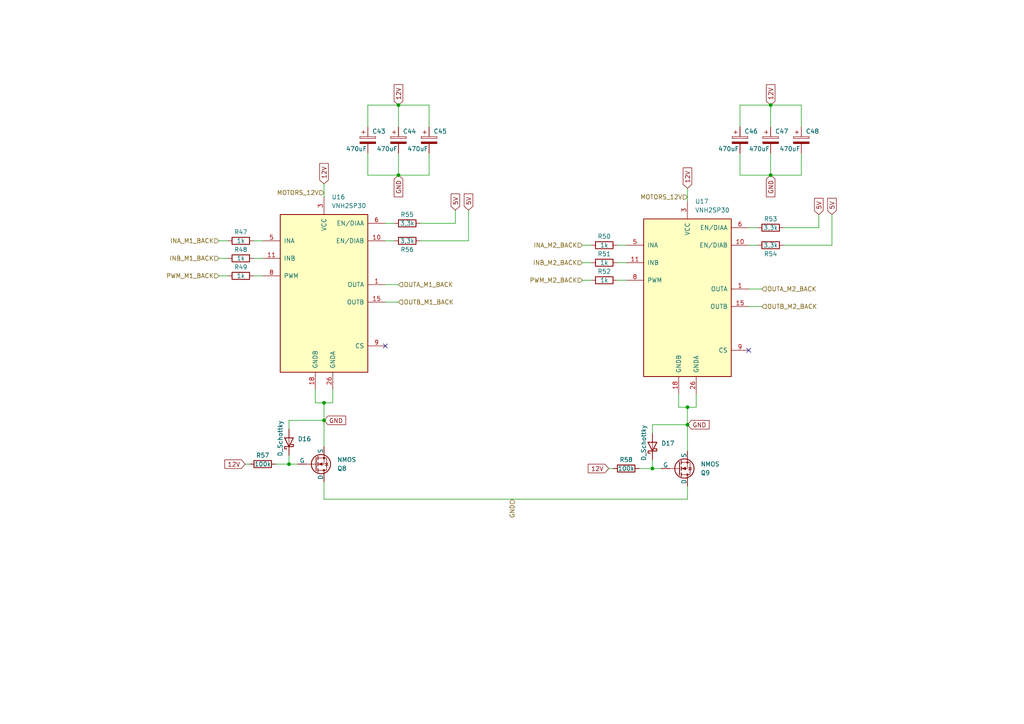
<source format=kicad_sch>
(kicad_sch (version 20230121) (generator eeschema)

  (uuid c1b449f5-492f-4d9f-8010-1fbfdfe44e2e)

  (paper "A4")

  (title_block
    (rev "1")
  )

  (lib_symbols
    (symbol "Device:C_Polarized" (pin_numbers hide) (pin_names (offset 0.254)) (in_bom yes) (on_board yes)
      (property "Reference" "C" (at 0.635 2.54 0)
        (effects (font (size 1.27 1.27)) (justify left))
      )
      (property "Value" "C_Polarized" (at 0.635 -2.54 0)
        (effects (font (size 1.27 1.27)) (justify left))
      )
      (property "Footprint" "" (at 0.9652 -3.81 0)
        (effects (font (size 1.27 1.27)) hide)
      )
      (property "Datasheet" "~" (at 0 0 0)
        (effects (font (size 1.27 1.27)) hide)
      )
      (property "ki_keywords" "cap capacitor" (at 0 0 0)
        (effects (font (size 1.27 1.27)) hide)
      )
      (property "ki_description" "Polarized capacitor" (at 0 0 0)
        (effects (font (size 1.27 1.27)) hide)
      )
      (property "ki_fp_filters" "CP_*" (at 0 0 0)
        (effects (font (size 1.27 1.27)) hide)
      )
      (symbol "C_Polarized_0_1"
        (rectangle (start -2.286 0.508) (end 2.286 1.016)
          (stroke (width 0) (type default))
          (fill (type none))
        )
        (polyline
          (pts
            (xy -1.778 2.286)
            (xy -0.762 2.286)
          )
          (stroke (width 0) (type default))
          (fill (type none))
        )
        (polyline
          (pts
            (xy -1.27 2.794)
            (xy -1.27 1.778)
          )
          (stroke (width 0) (type default))
          (fill (type none))
        )
        (rectangle (start 2.286 -0.508) (end -2.286 -1.016)
          (stroke (width 0) (type default))
          (fill (type outline))
        )
      )
      (symbol "C_Polarized_1_1"
        (pin passive line (at 0 3.81 270) (length 2.794)
          (name "~" (effects (font (size 1.27 1.27))))
          (number "1" (effects (font (size 1.27 1.27))))
        )
        (pin passive line (at 0 -3.81 90) (length 2.794)
          (name "~" (effects (font (size 1.27 1.27))))
          (number "2" (effects (font (size 1.27 1.27))))
        )
      )
    )
    (symbol "Device:D_Schottky" (pin_numbers hide) (pin_names (offset 1.016) hide) (in_bom yes) (on_board yes)
      (property "Reference" "D" (at 0 2.54 0)
        (effects (font (size 1.27 1.27)))
      )
      (property "Value" "D_Schottky" (at 0 -2.54 0)
        (effects (font (size 1.27 1.27)))
      )
      (property "Footprint" "" (at 0 0 0)
        (effects (font (size 1.27 1.27)) hide)
      )
      (property "Datasheet" "~" (at 0 0 0)
        (effects (font (size 1.27 1.27)) hide)
      )
      (property "ki_keywords" "diode Schottky" (at 0 0 0)
        (effects (font (size 1.27 1.27)) hide)
      )
      (property "ki_description" "Schottky diode" (at 0 0 0)
        (effects (font (size 1.27 1.27)) hide)
      )
      (property "ki_fp_filters" "TO-???* *_Diode_* *SingleDiode* D_*" (at 0 0 0)
        (effects (font (size 1.27 1.27)) hide)
      )
      (symbol "D_Schottky_0_1"
        (polyline
          (pts
            (xy 1.27 0)
            (xy -1.27 0)
          )
          (stroke (width 0) (type default))
          (fill (type none))
        )
        (polyline
          (pts
            (xy 1.27 1.27)
            (xy 1.27 -1.27)
            (xy -1.27 0)
            (xy 1.27 1.27)
          )
          (stroke (width 0.254) (type default))
          (fill (type none))
        )
        (polyline
          (pts
            (xy -1.905 0.635)
            (xy -1.905 1.27)
            (xy -1.27 1.27)
            (xy -1.27 -1.27)
            (xy -0.635 -1.27)
            (xy -0.635 -0.635)
          )
          (stroke (width 0.254) (type default))
          (fill (type none))
        )
      )
      (symbol "D_Schottky_1_1"
        (pin passive line (at -3.81 0 0) (length 2.54)
          (name "K" (effects (font (size 1.27 1.27))))
          (number "1" (effects (font (size 1.27 1.27))))
        )
        (pin passive line (at 3.81 0 180) (length 2.54)
          (name "A" (effects (font (size 1.27 1.27))))
          (number "2" (effects (font (size 1.27 1.27))))
        )
      )
    )
    (symbol "Device:R" (pin_numbers hide) (pin_names (offset 0)) (in_bom yes) (on_board yes)
      (property "Reference" "R" (at 2.032 0 90)
        (effects (font (size 1.27 1.27)))
      )
      (property "Value" "R" (at 0 0 90)
        (effects (font (size 1.27 1.27)))
      )
      (property "Footprint" "" (at -1.778 0 90)
        (effects (font (size 1.27 1.27)) hide)
      )
      (property "Datasheet" "~" (at 0 0 0)
        (effects (font (size 1.27 1.27)) hide)
      )
      (property "ki_keywords" "R res resistor" (at 0 0 0)
        (effects (font (size 1.27 1.27)) hide)
      )
      (property "ki_description" "Resistor" (at 0 0 0)
        (effects (font (size 1.27 1.27)) hide)
      )
      (property "ki_fp_filters" "R_*" (at 0 0 0)
        (effects (font (size 1.27 1.27)) hide)
      )
      (symbol "R_0_1"
        (rectangle (start -1.016 -2.54) (end 1.016 2.54)
          (stroke (width 0.254) (type default))
          (fill (type none))
        )
      )
      (symbol "R_1_1"
        (pin passive line (at 0 3.81 270) (length 1.27)
          (name "~" (effects (font (size 1.27 1.27))))
          (number "1" (effects (font (size 1.27 1.27))))
        )
        (pin passive line (at 0 -3.81 90) (length 1.27)
          (name "~" (effects (font (size 1.27 1.27))))
          (number "2" (effects (font (size 1.27 1.27))))
        )
      )
    )
    (symbol "Driver_Motor:VNH2SP30" (pin_names (offset 1.016)) (in_bom yes) (on_board yes)
      (property "Reference" "U" (at -12.7 25.4 0)
        (effects (font (size 1.27 1.27)))
      )
      (property "Value" "VNH2SP30" (at 13.97 25.4 0)
        (effects (font (size 1.27 1.27)))
      )
      (property "Footprint" "Package_SO:ST_MultiPowerSO-30" (at 0 23.495 0)
        (effects (font (size 1.27 1.27)) hide)
      )
      (property "Datasheet" "http://www.st.com/content/ccc/resource/technical/document/datasheet/group2/66/b8/f5/2c/9a/66/41/c7/CD00043711/files/CD00043711.pdf/jcr:content/translations/en.CD00043711.pdf" (at -12.7 25.4 0)
        (effects (font (size 1.27 1.27)) hide)
      )
      (property "ki_keywords" "full-bridge h-bridge" (at 0 0 0)
        (effects (font (size 1.27 1.27)) hide)
      )
      (property "ki_description" "Full Bridge Motor Driver, 41V, 30A, -40 to 150C" (at 0 0 0)
        (effects (font (size 1.27 1.27)) hide)
      )
      (property "ki_fp_filters" "ST*MultiPowerSO*" (at 0 0 0)
        (effects (font (size 1.27 1.27)) hide)
      )
      (symbol "VNH2SP30_1_1"
        (rectangle (start -12.7 22.86) (end 12.7 -22.86)
          (stroke (width 0.254) (type default))
          (fill (type background))
        )
        (pin output line (at 17.78 2.54 180) (length 5.08)
          (name "OUTA" (effects (font (size 1.27 1.27))))
          (number "1" (effects (font (size 1.27 1.27))))
        )
        (pin output line (at 17.78 15.24 180) (length 5.08)
          (name "EN/DIAB" (effects (font (size 1.27 1.27))))
          (number "10" (effects (font (size 1.27 1.27))))
        )
        (pin input line (at -17.78 10.16 0) (length 5.08)
          (name "INB" (effects (font (size 1.27 1.27))))
          (number "11" (effects (font (size 1.27 1.27))))
        )
        (pin no_connect line (at -12.7 -7.62 0) (length 5.08) hide
          (name "NC" (effects (font (size 1.27 1.27))))
          (number "12" (effects (font (size 1.27 1.27))))
        )
        (pin passive line (at 0 27.94 270) (length 5.08) hide
          (name "VCC" (effects (font (size 1.27 1.27))))
          (number "13" (effects (font (size 1.27 1.27))))
        )
        (pin no_connect line (at -12.7 -10.16 0) (length 5.08) hide
          (name "NC" (effects (font (size 1.27 1.27))))
          (number "14" (effects (font (size 1.27 1.27))))
        )
        (pin output line (at 17.78 -2.54 180) (length 5.08)
          (name "OUTB" (effects (font (size 1.27 1.27))))
          (number "15" (effects (font (size 1.27 1.27))))
        )
        (pin passive line (at 17.78 -2.54 180) (length 5.08) hide
          (name "OUTB" (effects (font (size 1.27 1.27))))
          (number "16" (effects (font (size 1.27 1.27))))
        )
        (pin no_connect line (at -12.7 -20.32 0) (length 5.08) hide
          (name "NC" (effects (font (size 1.27 1.27))))
          (number "17" (effects (font (size 1.27 1.27))))
        )
        (pin power_in line (at -2.54 -27.94 90) (length 5.08)
          (name "GNDB" (effects (font (size 1.27 1.27))))
          (number "18" (effects (font (size 1.27 1.27))))
        )
        (pin passive line (at -2.54 -27.94 90) (length 5.08) hide
          (name "GNDB" (effects (font (size 1.27 1.27))))
          (number "19" (effects (font (size 1.27 1.27))))
        )
        (pin no_connect line (at -12.7 0 0) (length 5.08) hide
          (name "NC" (effects (font (size 1.27 1.27))))
          (number "2" (effects (font (size 1.27 1.27))))
        )
        (pin passive line (at -2.54 -27.94 90) (length 5.08) hide
          (name "GNDB" (effects (font (size 1.27 1.27))))
          (number "20" (effects (font (size 1.27 1.27))))
        )
        (pin passive line (at 17.78 -2.54 180) (length 5.08) hide
          (name "OUTB" (effects (font (size 1.27 1.27))))
          (number "21" (effects (font (size 1.27 1.27))))
        )
        (pin no_connect line (at -12.7 -17.78 0) (length 5.08) hide
          (name "NC" (effects (font (size 1.27 1.27))))
          (number "22" (effects (font (size 1.27 1.27))))
        )
        (pin passive line (at 0 27.94 270) (length 5.08) hide
          (name "VCC" (effects (font (size 1.27 1.27))))
          (number "23" (effects (font (size 1.27 1.27))))
        )
        (pin no_connect line (at -12.7 -15.24 0) (length 5.08) hide
          (name "NC" (effects (font (size 1.27 1.27))))
          (number "24" (effects (font (size 1.27 1.27))))
        )
        (pin passive line (at 17.78 2.54 180) (length 5.08) hide
          (name "OUTA" (effects (font (size 1.27 1.27))))
          (number "25" (effects (font (size 1.27 1.27))))
        )
        (pin power_in line (at 2.54 -27.94 90) (length 5.08)
          (name "GNDA" (effects (font (size 1.27 1.27))))
          (number "26" (effects (font (size 1.27 1.27))))
        )
        (pin passive line (at 2.54 -27.94 90) (length 5.08) hide
          (name "GNDA" (effects (font (size 1.27 1.27))))
          (number "27" (effects (font (size 1.27 1.27))))
        )
        (pin passive line (at 2.54 -27.94 90) (length 5.08) hide
          (name "GNDA" (effects (font (size 1.27 1.27))))
          (number "28" (effects (font (size 1.27 1.27))))
        )
        (pin no_connect line (at -12.7 -12.7 0) (length 5.08) hide
          (name "NC" (effects (font (size 1.27 1.27))))
          (number "29" (effects (font (size 1.27 1.27))))
        )
        (pin power_in line (at 0 27.94 270) (length 5.08)
          (name "VCC" (effects (font (size 1.27 1.27))))
          (number "3" (effects (font (size 1.27 1.27))))
        )
        (pin passive line (at 17.78 2.54 180) (length 5.08) hide
          (name "OUTA" (effects (font (size 1.27 1.27))))
          (number "30" (effects (font (size 1.27 1.27))))
        )
        (pin passive line (at 0 27.94 270) (length 5.08) hide
          (name "VCC" (effects (font (size 1.27 1.27))))
          (number "31" (effects (font (size 1.27 1.27))))
        )
        (pin passive line (at 17.78 -2.54 180) (length 5.08) hide
          (name "OUTB" (effects (font (size 1.27 1.27))))
          (number "32" (effects (font (size 1.27 1.27))))
        )
        (pin passive line (at 17.78 2.54 180) (length 5.08) hide
          (name "OUTA" (effects (font (size 1.27 1.27))))
          (number "33" (effects (font (size 1.27 1.27))))
        )
        (pin no_connect line (at -12.7 -2.54 0) (length 5.08) hide
          (name "NC" (effects (font (size 1.27 1.27))))
          (number "4" (effects (font (size 1.27 1.27))))
        )
        (pin input line (at -17.78 15.24 0) (length 5.08)
          (name "INA" (effects (font (size 1.27 1.27))))
          (number "5" (effects (font (size 1.27 1.27))))
        )
        (pin output line (at 17.78 20.32 180) (length 5.08)
          (name "EN/DIAA" (effects (font (size 1.27 1.27))))
          (number "6" (effects (font (size 1.27 1.27))))
        )
        (pin no_connect line (at -12.7 -5.08 0) (length 5.08) hide
          (name "NC" (effects (font (size 1.27 1.27))))
          (number "7" (effects (font (size 1.27 1.27))))
        )
        (pin input line (at -17.78 5.08 0) (length 5.08)
          (name "PWM" (effects (font (size 1.27 1.27))))
          (number "8" (effects (font (size 1.27 1.27))))
        )
        (pin output line (at 17.78 -15.24 180) (length 5.08)
          (name "CS" (effects (font (size 1.27 1.27))))
          (number "9" (effects (font (size 1.27 1.27))))
        )
      )
    )
    (symbol "Simulation_SPICE:NMOS" (pin_numbers hide) (pin_names (offset 0)) (in_bom yes) (on_board yes)
      (property "Reference" "Q" (at 5.08 1.27 0)
        (effects (font (size 1.27 1.27)) (justify left))
      )
      (property "Value" "NMOS" (at 5.08 -1.27 0)
        (effects (font (size 1.27 1.27)) (justify left))
      )
      (property "Footprint" "" (at 5.08 2.54 0)
        (effects (font (size 1.27 1.27)) hide)
      )
      (property "Datasheet" "https://ngspice.sourceforge.io/docs/ngspice-manual.pdf" (at 0 -12.7 0)
        (effects (font (size 1.27 1.27)) hide)
      )
      (property "Sim.Device" "NMOS" (at 0 -17.145 0)
        (effects (font (size 1.27 1.27)) hide)
      )
      (property "Sim.Type" "VDMOS" (at 0 -19.05 0)
        (effects (font (size 1.27 1.27)) hide)
      )
      (property "Sim.Pins" "1=D 2=G 3=S" (at 0 -15.24 0)
        (effects (font (size 1.27 1.27)) hide)
      )
      (property "ki_keywords" "transistor NMOS N-MOS N-MOSFET simulation" (at 0 0 0)
        (effects (font (size 1.27 1.27)) hide)
      )
      (property "ki_description" "N-MOSFET transistor, drain/source/gate" (at 0 0 0)
        (effects (font (size 1.27 1.27)) hide)
      )
      (symbol "NMOS_0_1"
        (polyline
          (pts
            (xy 0.254 0)
            (xy -2.54 0)
          )
          (stroke (width 0) (type default))
          (fill (type none))
        )
        (polyline
          (pts
            (xy 0.254 1.905)
            (xy 0.254 -1.905)
          )
          (stroke (width 0.254) (type default))
          (fill (type none))
        )
        (polyline
          (pts
            (xy 0.762 -1.27)
            (xy 0.762 -2.286)
          )
          (stroke (width 0.254) (type default))
          (fill (type none))
        )
        (polyline
          (pts
            (xy 0.762 0.508)
            (xy 0.762 -0.508)
          )
          (stroke (width 0.254) (type default))
          (fill (type none))
        )
        (polyline
          (pts
            (xy 0.762 2.286)
            (xy 0.762 1.27)
          )
          (stroke (width 0.254) (type default))
          (fill (type none))
        )
        (polyline
          (pts
            (xy 2.54 2.54)
            (xy 2.54 1.778)
          )
          (stroke (width 0) (type default))
          (fill (type none))
        )
        (polyline
          (pts
            (xy 2.54 -2.54)
            (xy 2.54 0)
            (xy 0.762 0)
          )
          (stroke (width 0) (type default))
          (fill (type none))
        )
        (polyline
          (pts
            (xy 0.762 -1.778)
            (xy 3.302 -1.778)
            (xy 3.302 1.778)
            (xy 0.762 1.778)
          )
          (stroke (width 0) (type default))
          (fill (type none))
        )
        (polyline
          (pts
            (xy 1.016 0)
            (xy 2.032 0.381)
            (xy 2.032 -0.381)
            (xy 1.016 0)
          )
          (stroke (width 0) (type default))
          (fill (type outline))
        )
        (polyline
          (pts
            (xy 2.794 0.508)
            (xy 2.921 0.381)
            (xy 3.683 0.381)
            (xy 3.81 0.254)
          )
          (stroke (width 0) (type default))
          (fill (type none))
        )
        (polyline
          (pts
            (xy 3.302 0.381)
            (xy 2.921 -0.254)
            (xy 3.683 -0.254)
            (xy 3.302 0.381)
          )
          (stroke (width 0) (type default))
          (fill (type none))
        )
        (circle (center 1.651 0) (radius 2.794)
          (stroke (width 0.254) (type default))
          (fill (type none))
        )
        (circle (center 2.54 -1.778) (radius 0.254)
          (stroke (width 0) (type default))
          (fill (type outline))
        )
        (circle (center 2.54 1.778) (radius 0.254)
          (stroke (width 0) (type default))
          (fill (type outline))
        )
      )
      (symbol "NMOS_1_1"
        (pin passive line (at 2.54 5.08 270) (length 2.54)
          (name "D" (effects (font (size 1.27 1.27))))
          (number "1" (effects (font (size 1.27 1.27))))
        )
        (pin input line (at -5.08 0 0) (length 2.54)
          (name "G" (effects (font (size 1.27 1.27))))
          (number "2" (effects (font (size 1.27 1.27))))
        )
        (pin passive line (at 2.54 -5.08 90) (length 2.54)
          (name "S" (effects (font (size 1.27 1.27))))
          (number "3" (effects (font (size 1.27 1.27))))
        )
      )
    )
  )

  (junction (at 189.23 135.89) (diameter 0) (color 0 0 0 0)
    (uuid 250227af-f573-4f0c-a33b-a37d545d9cd6)
  )
  (junction (at 93.98 121.92) (diameter 0) (color 0 0 0 0)
    (uuid 485114e4-d0a7-4935-b814-bd3eac122fff)
  )
  (junction (at 93.98 116.84) (diameter 0) (color 0 0 0 0)
    (uuid 5550d0aa-9b8c-45c5-a54d-b13ddf1243de)
  )
  (junction (at 199.39 118.11) (diameter 0) (color 0 0 0 0)
    (uuid 6a1eab4a-0f04-4596-b035-b10646266919)
  )
  (junction (at 115.57 30.48) (diameter 0) (color 0 0 0 0)
    (uuid 775ce4e9-fce8-4389-9716-85284aca8f55)
  )
  (junction (at 223.52 50.8) (diameter 0) (color 0 0 0 0)
    (uuid 7847de43-e7c4-4e17-8939-ff7c0419f82d)
  )
  (junction (at 83.82 134.62) (diameter 0) (color 0 0 0 0)
    (uuid 7f074ea4-c607-47cf-b8ed-c2c137eb2e1e)
  )
  (junction (at 223.52 30.48) (diameter 0) (color 0 0 0 0)
    (uuid ab8d86f5-d826-4c3a-85f5-27b15b036c32)
  )
  (junction (at 115.57 50.8) (diameter 0) (color 0 0 0 0)
    (uuid c525d279-4b4e-4f36-8a81-74827340f763)
  )
  (junction (at 199.39 123.19) (diameter 0) (color 0 0 0 0)
    (uuid e3daea19-19c7-41d7-9240-0abab924379a)
  )

  (no_connect (at 217.17 101.6) (uuid 66febf7d-4aec-4d08-acf2-d282bd7929b6))
  (no_connect (at 111.76 100.33) (uuid e56b203d-eb7c-4745-8d7c-e2af37e78d50))

  (wire (pts (xy 106.68 50.8) (xy 115.57 50.8))
    (stroke (width 0) (type default))
    (uuid 0691fa1c-a91f-4bcc-bdc4-a32c815e570f)
  )
  (wire (pts (xy 111.76 69.85) (xy 114.3 69.85))
    (stroke (width 0) (type default))
    (uuid 085934f8-5308-45f9-b1fd-3f96fb4e24b8)
  )
  (wire (pts (xy 111.76 82.55) (xy 115.57 82.55))
    (stroke (width 0) (type default))
    (uuid 0a3fe6e3-7bc7-4f03-bbd2-f9a7565bfb56)
  )
  (wire (pts (xy 168.91 81.28) (xy 171.45 81.28))
    (stroke (width 0) (type default))
    (uuid 0abf61e6-5934-43d7-99dd-ba1b397993f3)
  )
  (wire (pts (xy 199.39 118.11) (xy 199.39 123.19))
    (stroke (width 0) (type default))
    (uuid 0da37b4b-17f2-4a8e-a78a-11379309d042)
  )
  (wire (pts (xy 63.5 80.01) (xy 66.04 80.01))
    (stroke (width 0) (type default))
    (uuid 0f5d2474-aca7-45df-aab2-f9fb23394e40)
  )
  (wire (pts (xy 214.63 36.83) (xy 214.63 30.48))
    (stroke (width 0) (type default))
    (uuid 10045096-7c7b-4ac8-8cc7-36ea13ca21cd)
  )
  (wire (pts (xy 199.39 144.78) (xy 199.39 140.97))
    (stroke (width 0) (type default))
    (uuid 10808e54-76df-4453-9cf4-ffca843f323a)
  )
  (wire (pts (xy 73.66 80.01) (xy 76.2 80.01))
    (stroke (width 0) (type default))
    (uuid 14333736-bc6e-450e-b0c8-cf66e1ccce5e)
  )
  (wire (pts (xy 106.68 44.45) (xy 106.68 50.8))
    (stroke (width 0) (type default))
    (uuid 1635d742-6ba5-4172-a971-fca9f6ba89d8)
  )
  (wire (pts (xy 106.68 30.48) (xy 115.57 30.48))
    (stroke (width 0) (type default))
    (uuid 16ef1e6c-bc79-49e1-bfa4-1421296f01b7)
  )
  (wire (pts (xy 83.82 132.08) (xy 83.82 134.62))
    (stroke (width 0) (type default))
    (uuid 1c0119f2-60a0-4da7-a1d3-366e945e9379)
  )
  (wire (pts (xy 93.98 53.34) (xy 93.98 57.15))
    (stroke (width 0) (type default))
    (uuid 1cb6dbf2-001d-4910-bf24-28336e0a1c43)
  )
  (wire (pts (xy 196.85 114.3) (xy 196.85 118.11))
    (stroke (width 0) (type default))
    (uuid 22e3203b-faeb-4f27-a247-9295dde81cb2)
  )
  (wire (pts (xy 199.39 130.81) (xy 199.39 123.19))
    (stroke (width 0) (type default))
    (uuid 23487e8c-4282-4e2e-8f97-bdcac8614da3)
  )
  (wire (pts (xy 71.12 134.62) (xy 72.39 134.62))
    (stroke (width 0) (type default))
    (uuid 2523be9b-9aa9-4bde-a072-26be91be5d24)
  )
  (wire (pts (xy 121.92 69.85) (xy 135.89 69.85))
    (stroke (width 0) (type default))
    (uuid 2a9eaa8c-9d29-48c0-b613-c745762a250e)
  )
  (wire (pts (xy 111.76 87.63) (xy 115.57 87.63))
    (stroke (width 0) (type default))
    (uuid 2d9a7d23-0a32-488f-a8b3-d8b1a24a2255)
  )
  (wire (pts (xy 241.3 62.23) (xy 241.3 71.12))
    (stroke (width 0) (type default))
    (uuid 2f0b187b-200c-498b-9756-52f17297c0e7)
  )
  (wire (pts (xy 106.68 36.83) (xy 106.68 30.48))
    (stroke (width 0) (type default))
    (uuid 32d9ba29-fc9b-4692-bc38-f3b0f52fe374)
  )
  (wire (pts (xy 201.93 118.11) (xy 201.93 114.3))
    (stroke (width 0) (type default))
    (uuid 3b304113-529a-43ba-974e-6be90d7f98c8)
  )
  (wire (pts (xy 199.39 118.11) (xy 201.93 118.11))
    (stroke (width 0) (type default))
    (uuid 3b79f593-3000-4500-925e-cafa1b1aba26)
  )
  (wire (pts (xy 214.63 44.45) (xy 214.63 50.8))
    (stroke (width 0) (type default))
    (uuid 46960b62-2e62-409f-835d-35d2668f54e7)
  )
  (wire (pts (xy 232.41 30.48) (xy 232.41 36.83))
    (stroke (width 0) (type default))
    (uuid 4790c702-81f1-4b20-ad01-0813be1f2be4)
  )
  (wire (pts (xy 223.52 30.48) (xy 232.41 30.48))
    (stroke (width 0) (type default))
    (uuid 4a6cb1b4-e4e8-4f1c-be76-d79a84ec008c)
  )
  (wire (pts (xy 124.46 50.8) (xy 124.46 44.45))
    (stroke (width 0) (type default))
    (uuid 4d757d13-6409-482d-b803-da88e6fb897e)
  )
  (wire (pts (xy 73.66 69.85) (xy 76.2 69.85))
    (stroke (width 0) (type default))
    (uuid 4ef882d4-c271-4588-8f16-45e65fd660fd)
  )
  (wire (pts (xy 217.17 83.82) (xy 220.98 83.82))
    (stroke (width 0) (type default))
    (uuid 5072dbb1-b84d-42ba-bd68-8edf0460ea19)
  )
  (wire (pts (xy 189.23 123.19) (xy 189.23 125.73))
    (stroke (width 0) (type default))
    (uuid 56c23153-1e73-4c09-9341-0c947148a4fe)
  )
  (wire (pts (xy 63.5 74.93) (xy 66.04 74.93))
    (stroke (width 0) (type default))
    (uuid 5b039582-7f93-42bd-8ba3-ebfb156320e3)
  )
  (wire (pts (xy 93.98 144.78) (xy 199.39 144.78))
    (stroke (width 0) (type default))
    (uuid 5d966824-66e0-4a00-87e7-5bee740929f2)
  )
  (wire (pts (xy 115.57 30.48) (xy 115.57 36.83))
    (stroke (width 0) (type default))
    (uuid 66f0dda8-21bd-405a-83ce-8909e97a2819)
  )
  (wire (pts (xy 96.52 116.84) (xy 96.52 113.03))
    (stroke (width 0) (type default))
    (uuid 699f01c1-0ec3-48bf-966a-78017de20dec)
  )
  (wire (pts (xy 115.57 30.48) (xy 124.46 30.48))
    (stroke (width 0) (type default))
    (uuid 6d94a905-3588-4460-a35f-a8ab8c91e5b6)
  )
  (wire (pts (xy 93.98 121.92) (xy 83.82 121.92))
    (stroke (width 0) (type default))
    (uuid 6dcad28b-0882-4023-9c39-77afb2a082c2)
  )
  (wire (pts (xy 223.52 30.48) (xy 223.52 36.83))
    (stroke (width 0) (type default))
    (uuid 6e3cae38-521e-449b-9c3c-9fec7e54f846)
  )
  (wire (pts (xy 189.23 133.35) (xy 189.23 135.89))
    (stroke (width 0) (type default))
    (uuid 6ee8b049-f716-4511-9116-b0e946f86955)
  )
  (wire (pts (xy 223.52 50.8) (xy 232.41 50.8))
    (stroke (width 0) (type default))
    (uuid 831d5d91-84d2-46ef-8dc4-e60655959be4)
  )
  (wire (pts (xy 115.57 44.45) (xy 115.57 50.8))
    (stroke (width 0) (type default))
    (uuid 847e43bf-e376-4872-9fe1-e0cf7764da8e)
  )
  (wire (pts (xy 91.44 113.03) (xy 91.44 116.84))
    (stroke (width 0) (type default))
    (uuid 88b68afc-77dc-485c-87d7-a98f006497c1)
  )
  (wire (pts (xy 217.17 66.04) (xy 219.71 66.04))
    (stroke (width 0) (type default))
    (uuid 89ce8501-e8dd-469a-89f9-7f0a246dae05)
  )
  (wire (pts (xy 93.98 139.7) (xy 93.98 144.78))
    (stroke (width 0) (type default))
    (uuid 906b2939-c19b-48dd-8752-6e26eee8ff2b)
  )
  (wire (pts (xy 73.66 74.93) (xy 76.2 74.93))
    (stroke (width 0) (type default))
    (uuid 94dde185-7252-420f-b47b-3f34b9676703)
  )
  (wire (pts (xy 214.63 30.48) (xy 223.52 30.48))
    (stroke (width 0) (type default))
    (uuid 9688c002-e817-441a-ae72-67a8c4835b4d)
  )
  (wire (pts (xy 168.91 76.2) (xy 171.45 76.2))
    (stroke (width 0) (type default))
    (uuid 9aeaf738-d4f8-4210-996a-f744632b222a)
  )
  (wire (pts (xy 93.98 129.54) (xy 93.98 121.92))
    (stroke (width 0) (type default))
    (uuid 9c7a83f0-ee73-4b6d-89ae-f01a42a0809a)
  )
  (wire (pts (xy 83.82 121.92) (xy 83.82 124.46))
    (stroke (width 0) (type default))
    (uuid a0031244-f9d8-4276-94b9-b9eb27f189c0)
  )
  (wire (pts (xy 91.44 116.84) (xy 93.98 116.84))
    (stroke (width 0) (type default))
    (uuid a012e986-1ccc-4e97-b830-28e32c7e0d75)
  )
  (wire (pts (xy 115.57 50.8) (xy 124.46 50.8))
    (stroke (width 0) (type default))
    (uuid a47b3416-9d4a-4687-95bd-746f01a45724)
  )
  (wire (pts (xy 111.76 64.77) (xy 114.3 64.77))
    (stroke (width 0) (type default))
    (uuid a4f93a51-b3f9-42b5-b30e-1f2ed0ae35ab)
  )
  (wire (pts (xy 132.08 60.96) (xy 132.08 64.77))
    (stroke (width 0) (type default))
    (uuid a682a64b-7a77-459d-b4c1-f005538ec376)
  )
  (wire (pts (xy 199.39 123.19) (xy 189.23 123.19))
    (stroke (width 0) (type default))
    (uuid a7021948-ba88-45a2-a10f-a13a384adb97)
  )
  (wire (pts (xy 93.98 116.84) (xy 96.52 116.84))
    (stroke (width 0) (type default))
    (uuid a7a740e1-c5da-48a1-b006-e5522ff25c4c)
  )
  (wire (pts (xy 93.98 116.84) (xy 93.98 121.92))
    (stroke (width 0) (type default))
    (uuid aeab52fd-fa67-46ae-a675-d987bb8d3008)
  )
  (wire (pts (xy 179.07 71.12) (xy 181.61 71.12))
    (stroke (width 0) (type default))
    (uuid b19515eb-5bbc-4371-8ac0-52f3d34797de)
  )
  (wire (pts (xy 217.17 88.9) (xy 220.98 88.9))
    (stroke (width 0) (type default))
    (uuid b1f7b83b-d6ab-4cae-b640-58842ee7af35)
  )
  (wire (pts (xy 196.85 118.11) (xy 199.39 118.11))
    (stroke (width 0) (type default))
    (uuid b241938a-97e7-45f8-9198-87826e3b9351)
  )
  (wire (pts (xy 199.39 54.61) (xy 199.39 58.42))
    (stroke (width 0) (type default))
    (uuid b438fbe8-c536-45b0-8d1f-8a8adc7046d2)
  )
  (wire (pts (xy 227.33 71.12) (xy 241.3 71.12))
    (stroke (width 0) (type default))
    (uuid b64638a9-fe63-4d20-a798-34394d28ba1e)
  )
  (wire (pts (xy 223.52 44.45) (xy 223.52 50.8))
    (stroke (width 0) (type default))
    (uuid b72469f1-b9c4-48a8-a167-79cb49ae99dc)
  )
  (wire (pts (xy 124.46 30.48) (xy 124.46 36.83))
    (stroke (width 0) (type default))
    (uuid b77e7bab-9c9c-4bfb-addd-649d66fbd22d)
  )
  (wire (pts (xy 176.53 135.89) (xy 177.8 135.89))
    (stroke (width 0) (type default))
    (uuid b87fae07-25bd-4b2c-8318-caa475d4ab82)
  )
  (wire (pts (xy 227.33 66.04) (xy 237.49 66.04))
    (stroke (width 0) (type default))
    (uuid c21b76e1-4cd0-4f5b-9788-b64b4aedc2f4)
  )
  (wire (pts (xy 179.07 76.2) (xy 181.61 76.2))
    (stroke (width 0) (type default))
    (uuid c3e36b5a-5f6f-4d5d-b207-0ac1441d713b)
  )
  (wire (pts (xy 135.89 60.96) (xy 135.89 69.85))
    (stroke (width 0) (type default))
    (uuid c843a224-7461-4c5b-8555-7e17af92baf9)
  )
  (wire (pts (xy 179.07 81.28) (xy 181.61 81.28))
    (stroke (width 0) (type default))
    (uuid cd4973cd-fb87-4bc3-a1b7-ad9a21aa9a46)
  )
  (wire (pts (xy 214.63 50.8) (xy 223.52 50.8))
    (stroke (width 0) (type default))
    (uuid d0865c21-03df-4dce-ad35-7bb380c80b82)
  )
  (wire (pts (xy 83.82 134.62) (xy 86.36 134.62))
    (stroke (width 0) (type default))
    (uuid d1d03a48-7e72-40f6-8791-bb10b6bcca19)
  )
  (wire (pts (xy 80.01 134.62) (xy 83.82 134.62))
    (stroke (width 0) (type default))
    (uuid d2f31d75-205e-41d5-954f-5676f5e22a36)
  )
  (wire (pts (xy 121.92 64.77) (xy 132.08 64.77))
    (stroke (width 0) (type default))
    (uuid e36bd3ac-a782-4175-9f92-c5faa74edfa5)
  )
  (wire (pts (xy 237.49 62.23) (xy 237.49 66.04))
    (stroke (width 0) (type default))
    (uuid e5cc16ab-15ef-4c97-a32c-2d3f0078f871)
  )
  (wire (pts (xy 232.41 50.8) (xy 232.41 44.45))
    (stroke (width 0) (type default))
    (uuid e997d5c5-1356-4c50-8a48-c694e2e7f20e)
  )
  (wire (pts (xy 63.5 69.85) (xy 66.04 69.85))
    (stroke (width 0) (type default))
    (uuid ee154f94-6808-4971-9105-6e096b34edac)
  )
  (wire (pts (xy 185.42 135.89) (xy 189.23 135.89))
    (stroke (width 0) (type default))
    (uuid efe55718-398d-405f-87d2-8ab0a99533be)
  )
  (wire (pts (xy 189.23 135.89) (xy 191.77 135.89))
    (stroke (width 0) (type default))
    (uuid f1637337-5089-4a6e-b6df-8cf3ae1bd6de)
  )
  (wire (pts (xy 217.17 71.12) (xy 219.71 71.12))
    (stroke (width 0) (type default))
    (uuid f81041a5-ed7b-4b70-babf-9620afd37809)
  )
  (wire (pts (xy 168.91 71.12) (xy 171.45 71.12))
    (stroke (width 0) (type default))
    (uuid fdd55713-1616-4f7d-8b7e-84b6f2930560)
  )

  (global_label "GND" (shape input) (at 93.98 121.92 0) (fields_autoplaced)
    (effects (font (size 1.27 1.27)) (justify left))
    (uuid 0233190b-2ab9-493d-a937-d863b69ef5b9)
    (property "Intersheetrefs" "${INTERSHEET_REFS}" (at 100.8357 121.92 0)
      (effects (font (size 1.27 1.27)) (justify left) hide)
    )
  )
  (global_label "5V" (shape input) (at 135.89 60.96 90) (fields_autoplaced)
    (effects (font (size 1.27 1.27)) (justify left))
    (uuid 105cda61-3232-4f6b-b7ed-d84b7398ec13)
    (property "Intersheetrefs" "${INTERSHEET_REFS}" (at 135.89 55.6767 90)
      (effects (font (size 1.27 1.27)) (justify left) hide)
    )
  )
  (global_label "5V" (shape input) (at 237.49 62.23 90) (fields_autoplaced)
    (effects (font (size 1.27 1.27)) (justify left))
    (uuid 288fc22d-5905-45f3-bbda-e54fce0bb05a)
    (property "Intersheetrefs" "${INTERSHEET_REFS}" (at 237.49 56.9467 90)
      (effects (font (size 1.27 1.27)) (justify left) hide)
    )
  )
  (global_label "12V" (shape input) (at 115.57 30.48 90) (fields_autoplaced)
    (effects (font (size 1.27 1.27)) (justify left))
    (uuid 51356bb8-62dd-48d7-a063-60203de2cbc0)
    (property "Intersheetrefs" "${INTERSHEET_REFS}" (at 115.57 23.9872 90)
      (effects (font (size 1.27 1.27)) (justify left) hide)
    )
  )
  (global_label "12V" (shape input) (at 71.12 134.62 180) (fields_autoplaced)
    (effects (font (size 1.27 1.27)) (justify right))
    (uuid 536519b8-b820-4691-b15a-19835a58ab85)
    (property "Intersheetrefs" "${INTERSHEET_REFS}" (at 64.6272 134.62 0)
      (effects (font (size 1.27 1.27)) (justify right) hide)
    )
  )
  (global_label "GND" (shape input) (at 115.57 50.8 270) (fields_autoplaced)
    (effects (font (size 1.27 1.27)) (justify right))
    (uuid 759220c8-e287-4d37-a761-00ed936630ad)
    (property "Intersheetrefs" "${INTERSHEET_REFS}" (at 115.57 57.6557 90)
      (effects (font (size 1.27 1.27)) (justify right) hide)
    )
  )
  (global_label "GND" (shape input) (at 223.52 50.8 270) (fields_autoplaced)
    (effects (font (size 1.27 1.27)) (justify right))
    (uuid 7a3463af-ffe3-4257-9fb4-22ac91a911aa)
    (property "Intersheetrefs" "${INTERSHEET_REFS}" (at 223.52 57.6557 90)
      (effects (font (size 1.27 1.27)) (justify right) hide)
    )
  )
  (global_label "12V" (shape input) (at 176.53 135.89 180) (fields_autoplaced)
    (effects (font (size 1.27 1.27)) (justify right))
    (uuid 7b0cf35f-7427-47a9-a7f0-06f6d012dff5)
    (property "Intersheetrefs" "${INTERSHEET_REFS}" (at 170.0372 135.89 0)
      (effects (font (size 1.27 1.27)) (justify right) hide)
    )
  )
  (global_label "GND" (shape input) (at 199.39 123.19 0) (fields_autoplaced)
    (effects (font (size 1.27 1.27)) (justify left))
    (uuid 83cf9ff4-2d2b-4fde-bd78-bf0ba502bdb1)
    (property "Intersheetrefs" "${INTERSHEET_REFS}" (at 206.2457 123.19 0)
      (effects (font (size 1.27 1.27)) (justify left) hide)
    )
  )
  (global_label "12V" (shape input) (at 223.52 30.48 90) (fields_autoplaced)
    (effects (font (size 1.27 1.27)) (justify left))
    (uuid a660ccf1-d93b-404b-9765-3302205112b3)
    (property "Intersheetrefs" "${INTERSHEET_REFS}" (at 223.52 23.9872 90)
      (effects (font (size 1.27 1.27)) (justify left) hide)
    )
  )
  (global_label "5V" (shape input) (at 132.08 60.96 90) (fields_autoplaced)
    (effects (font (size 1.27 1.27)) (justify left))
    (uuid a9f6766d-ced2-4aa0-a649-bf210fd3e9ba)
    (property "Intersheetrefs" "${INTERSHEET_REFS}" (at 132.08 55.6767 90)
      (effects (font (size 1.27 1.27)) (justify left) hide)
    )
  )
  (global_label "5V" (shape input) (at 241.3 62.23 90) (fields_autoplaced)
    (effects (font (size 1.27 1.27)) (justify left))
    (uuid b08e460b-2638-43e3-b5a4-efa233b5be29)
    (property "Intersheetrefs" "${INTERSHEET_REFS}" (at 241.3 56.9467 90)
      (effects (font (size 1.27 1.27)) (justify left) hide)
    )
  )
  (global_label "12V" (shape input) (at 93.98 53.34 90) (fields_autoplaced)
    (effects (font (size 1.27 1.27)) (justify left))
    (uuid b80ba673-0b76-4624-9316-a1beb4ecc3cb)
    (property "Intersheetrefs" "${INTERSHEET_REFS}" (at 93.98 46.8472 90)
      (effects (font (size 1.27 1.27)) (justify left) hide)
    )
  )
  (global_label "12V" (shape input) (at 199.39 54.61 90) (fields_autoplaced)
    (effects (font (size 1.27 1.27)) (justify left))
    (uuid cf986451-ee0a-43ec-9064-637b2ed658da)
    (property "Intersheetrefs" "${INTERSHEET_REFS}" (at 199.39 48.1172 90)
      (effects (font (size 1.27 1.27)) (justify left) hide)
    )
  )

  (hierarchical_label "OUTA_M2_BACK" (shape input) (at 220.98 83.82 0) (fields_autoplaced)
    (effects (font (size 1.27 1.27)) (justify left))
    (uuid 043e01f4-ff72-4b51-a5b2-fcc2407124d8)
  )
  (hierarchical_label "OUTB_M2_BACK" (shape input) (at 220.98 88.9 0) (fields_autoplaced)
    (effects (font (size 1.27 1.27)) (justify left))
    (uuid 0ea7658a-f06d-4137-824b-5f3d1102a729)
  )
  (hierarchical_label "INB_M1_BACK" (shape input) (at 63.5 74.93 180) (fields_autoplaced)
    (effects (font (size 1.27 1.27)) (justify right))
    (uuid 11a621f5-71ad-4e49-8bb1-83dcaae1f01a)
  )
  (hierarchical_label "PWM_M1_BACK" (shape input) (at 63.5 80.01 180) (fields_autoplaced)
    (effects (font (size 1.27 1.27)) (justify right))
    (uuid 4decf6a6-30bc-4960-a792-ee14595507ce)
  )
  (hierarchical_label "PWM_M2_BACK" (shape input) (at 168.91 81.28 180) (fields_autoplaced)
    (effects (font (size 1.27 1.27)) (justify right))
    (uuid 504ad1a0-5a09-4554-9b07-c3653b77270f)
  )
  (hierarchical_label "OUTA_M1_BACK" (shape input) (at 115.57 82.55 0) (fields_autoplaced)
    (effects (font (size 1.27 1.27)) (justify left))
    (uuid 566dd904-d6d1-48d7-b3d6-b18d7f6328cf)
  )
  (hierarchical_label "OUTB_M1_BACK" (shape input) (at 115.57 87.63 0) (fields_autoplaced)
    (effects (font (size 1.27 1.27)) (justify left))
    (uuid 5b2c0712-0cb8-4f9b-9571-05cbc030b68f)
  )
  (hierarchical_label "MOTORS_12V" (shape input) (at 199.39 57.15 180) (fields_autoplaced)
    (effects (font (size 1.27 1.27)) (justify right))
    (uuid 98009cca-3201-4373-b909-8cce14b12444)
  )
  (hierarchical_label "INA_M2_BACK" (shape input) (at 168.91 71.12 180) (fields_autoplaced)
    (effects (font (size 1.27 1.27)) (justify right))
    (uuid a0bbc572-fc1f-4563-b06d-b24c06713866)
  )
  (hierarchical_label "GND" (shape input) (at 148.59 144.78 270) (fields_autoplaced)
    (effects (font (size 1.27 1.27)) (justify right))
    (uuid a613ad4b-e809-442a-88c6-5540d667ba77)
  )
  (hierarchical_label "MOTORS_12V" (shape input) (at 93.98 55.88 180) (fields_autoplaced)
    (effects (font (size 1.27 1.27)) (justify right))
    (uuid ae7ac006-e842-499b-a47c-da34f31bdc3b)
  )
  (hierarchical_label "INA_M1_BACK" (shape input) (at 63.5 69.85 180) (fields_autoplaced)
    (effects (font (size 1.27 1.27)) (justify right))
    (uuid d0d195ed-b555-415a-917b-2fbb12b2d7d9)
  )
  (hierarchical_label "INB_M2_BACK" (shape input) (at 168.91 76.2 180) (fields_autoplaced)
    (effects (font (size 1.27 1.27)) (justify right))
    (uuid df684092-0b50-4496-82f1-de09cebf8788)
  )

  (symbol (lib_id "Simulation_SPICE:NMOS") (at 196.85 135.89 0) (mirror x) (unit 1)
    (in_bom yes) (on_board yes) (dnp no)
    (uuid 01a690f5-baaf-483b-bcd4-c49553ea32cc)
    (property "Reference" "Q9" (at 203.2 137.16 0)
      (effects (font (size 1.27 1.27)) (justify left))
    )
    (property "Value" "NMOS" (at 203.2 134.62 0)
      (effects (font (size 1.27 1.27)) (justify left))
    )
    (property "Footprint" "Package_TO_SOT_SMD:TO-252-2" (at 201.93 138.43 0)
      (effects (font (size 1.27 1.27)) hide)
    )
    (property "Datasheet" "https://ngspice.sourceforge.io/docs/ngspice-manual.pdf" (at 196.85 123.19 0)
      (effects (font (size 1.27 1.27)) hide)
    )
    (property "Sim.Device" "NMOS" (at 196.85 118.745 0)
      (effects (font (size 1.27 1.27)) hide)
    )
    (property "Sim.Type" "VDMOS" (at 196.85 116.84 0)
      (effects (font (size 1.27 1.27)) hide)
    )
    (property "Sim.Pins" "1=D 2=G 3=S" (at 196.85 120.65 0)
      (effects (font (size 1.27 1.27)) hide)
    )
    (pin "1" (uuid 7d1b7f11-5a3a-48be-81f0-7e9963636da9))
    (pin "2" (uuid 071d7c5c-e06a-4af1-a4bf-61f633135d8e))
    (pin "3" (uuid d503ed94-0efd-41f8-a549-1b876b809385))
    (instances
      (project "fred_v3"
        (path "/210292b2-d6ba-424c-bd40-e4a2be18eb8d/b54a5b77-6097-4562-9836-27b2c01ae506/1f51abab-264b-467c-bacd-a2396a60d8b6"
          (reference "Q9") (unit 1)
        )
        (path "/210292b2-d6ba-424c-bd40-e4a2be18eb8d/b54a5b77-6097-4562-9836-27b2c01ae506/e2cd467c-70f1-48ce-b8c1-db1b74e6bb23"
          (reference "Q11") (unit 1)
        )
      )
    )
  )

  (symbol (lib_id "Device:R") (at 69.85 69.85 270) (unit 1)
    (in_bom yes) (on_board yes) (dnp no)
    (uuid 116a9c06-6d09-4059-99fa-d3779593285c)
    (property "Reference" "R47" (at 69.85 67.31 90)
      (effects (font (size 1.27 1.27)))
    )
    (property "Value" "1k" (at 69.85 69.85 90)
      (effects (font (size 1.27 1.27)))
    )
    (property "Footprint" "Resistor_SMD:R_0603_1608Metric_Pad0.98x0.95mm_HandSolder" (at 69.85 68.072 90)
      (effects (font (size 1.27 1.27)) hide)
    )
    (property "Datasheet" "~" (at 69.85 69.85 0)
      (effects (font (size 1.27 1.27)) hide)
    )
    (pin "1" (uuid e2d6db5e-65d7-46fc-a9d1-e9426b26ccf6))
    (pin "2" (uuid e1559e17-3f12-4a53-8837-954e4397a177))
    (instances
      (project "fred_v3"
        (path "/210292b2-d6ba-424c-bd40-e4a2be18eb8d/b54a5b77-6097-4562-9836-27b2c01ae506/1f51abab-264b-467c-bacd-a2396a60d8b6"
          (reference "R47") (unit 1)
        )
        (path "/210292b2-d6ba-424c-bd40-e4a2be18eb8d/b54a5b77-6097-4562-9836-27b2c01ae506/e2cd467c-70f1-48ce-b8c1-db1b74e6bb23"
          (reference "R59") (unit 1)
        )
      )
    )
  )

  (symbol (lib_id "Driver_Motor:VNH2SP30") (at 199.39 86.36 0) (unit 1)
    (in_bom yes) (on_board yes) (dnp no) (fields_autoplaced)
    (uuid 1892430e-c594-4141-af6b-1b523ec60c97)
    (property "Reference" "U17" (at 201.5841 58.42 0)
      (effects (font (size 1.27 1.27)) (justify left))
    )
    (property "Value" "VNH2SP30" (at 201.5841 60.96 0)
      (effects (font (size 1.27 1.27)) (justify left))
    )
    (property "Footprint" "Package_SO:ST_MultiPowerSO-30" (at 199.39 62.865 0)
      (effects (font (size 1.27 1.27)) hide)
    )
    (property "Datasheet" "http://www.st.com/content/ccc/resource/technical/document/datasheet/group2/66/b8/f5/2c/9a/66/41/c7/CD00043711/files/CD00043711.pdf/jcr:content/translations/en.CD00043711.pdf" (at 186.69 60.96 0)
      (effects (font (size 1.27 1.27)) hide)
    )
    (pin "1" (uuid 21800e56-ec03-46ad-8209-2f762bdef6f8))
    (pin "10" (uuid 26f93068-1b19-4b18-88a9-2f798e8d3195))
    (pin "11" (uuid 41760bd2-8b47-44c8-9e44-b068e571c95b))
    (pin "12" (uuid d1c1d029-684c-4352-a29a-ad5e15e408f1))
    (pin "13" (uuid 9729955b-bdb4-4cec-8756-77eb43f34b5a))
    (pin "14" (uuid 250e4456-881a-4bc5-b8be-3a702d4c187b))
    (pin "15" (uuid a99a56d8-0385-4938-b948-f86d546c9c58))
    (pin "16" (uuid b189218a-e1c3-4041-992f-2dbd5dfa48d9))
    (pin "17" (uuid 83a4a18b-8b9f-4bc5-a3d7-b4d83a9803aa))
    (pin "18" (uuid 28c6973b-b3bc-43df-a498-152d27b9bfb4))
    (pin "19" (uuid f3d9a31a-b9ce-46fb-82c0-4ef5adff0cfe))
    (pin "2" (uuid 2be1d65f-601f-40d0-ade0-8783bca877e2))
    (pin "20" (uuid 713722e2-a0a8-4ba9-a307-e27ad03ed259))
    (pin "21" (uuid 21f849e1-b238-41b3-a32b-4b6c23bc8f82))
    (pin "22" (uuid 3533f0c5-f299-4d5d-af61-3d3190373ff5))
    (pin "23" (uuid 24a09db3-17e6-4e17-85fe-678a17906d15))
    (pin "24" (uuid 4937fc5f-2e94-44b2-8d47-03669dfcf4c3))
    (pin "25" (uuid cf532cbd-5ce7-4b57-b99e-a3fac51fc4a9))
    (pin "26" (uuid 07cbadfa-62d4-4136-9677-362a0e500939))
    (pin "27" (uuid cadc39b4-ec37-43ae-8747-80eda8431bbf))
    (pin "28" (uuid 43ad0952-4778-46b0-a48d-7cb9e9cc1615))
    (pin "29" (uuid b057ccf2-d347-4f2e-a4d8-bc7b6eb2b0df))
    (pin "3" (uuid 86263047-d62b-41c8-a469-2c5a351af2db))
    (pin "30" (uuid 29f21d7b-2e76-422c-b228-93070062cfaf))
    (pin "31" (uuid 1732a608-494a-4dd1-8460-7f04f7f46741))
    (pin "32" (uuid d906e893-e198-4b87-b3a1-5a4113725cab))
    (pin "33" (uuid 8c7066df-bc0d-43f3-877e-e28630ea3cf5))
    (pin "4" (uuid 3d17f4a4-5935-4116-b9b6-b708ba8ea7bb))
    (pin "5" (uuid 994e881d-7cd1-487c-9f95-9981671f1d63))
    (pin "6" (uuid d6fa6a4f-d275-4bf9-a136-6fa45ec5f2d7))
    (pin "7" (uuid 8a01367b-29d6-4152-879a-213379d36640))
    (pin "8" (uuid a88351d4-c59e-4b4f-868e-d3da85fe2118))
    (pin "9" (uuid c1a4a5f4-4678-41fd-b469-7abd8d067953))
    (instances
      (project "fred_v3"
        (path "/210292b2-d6ba-424c-bd40-e4a2be18eb8d/b54a5b77-6097-4562-9836-27b2c01ae506"
          (reference "U17") (unit 1)
        )
        (path "/210292b2-d6ba-424c-bd40-e4a2be18eb8d/b54a5b77-6097-4562-9836-27b2c01ae506/1f51abab-264b-467c-bacd-a2396a60d8b6"
          (reference "U17") (unit 1)
        )
        (path "/210292b2-d6ba-424c-bd40-e4a2be18eb8d/b54a5b77-6097-4562-9836-27b2c01ae506/e2cd467c-70f1-48ce-b8c1-db1b74e6bb23"
          (reference "U19") (unit 1)
        )
      )
    )
  )

  (symbol (lib_id "Device:R") (at 175.26 81.28 270) (unit 1)
    (in_bom yes) (on_board yes) (dnp no)
    (uuid 204238be-b55d-47d0-8bfc-def63abcb0ff)
    (property "Reference" "R52" (at 175.26 78.74 90)
      (effects (font (size 1.27 1.27)))
    )
    (property "Value" "1k" (at 175.26 81.28 90)
      (effects (font (size 1.27 1.27)))
    )
    (property "Footprint" "Resistor_SMD:R_0603_1608Metric_Pad0.98x0.95mm_HandSolder" (at 175.26 79.502 90)
      (effects (font (size 1.27 1.27)) hide)
    )
    (property "Datasheet" "~" (at 175.26 81.28 0)
      (effects (font (size 1.27 1.27)) hide)
    )
    (pin "1" (uuid 26125791-c461-4b4b-b313-0bdb34ba0169))
    (pin "2" (uuid 1467bb9b-f67d-4a53-87ce-48a48fccd55e))
    (instances
      (project "fred_v3"
        (path "/210292b2-d6ba-424c-bd40-e4a2be18eb8d/b54a5b77-6097-4562-9836-27b2c01ae506/1f51abab-264b-467c-bacd-a2396a60d8b6"
          (reference "R52") (unit 1)
        )
        (path "/210292b2-d6ba-424c-bd40-e4a2be18eb8d/b54a5b77-6097-4562-9836-27b2c01ae506/e2cd467c-70f1-48ce-b8c1-db1b74e6bb23"
          (reference "R67") (unit 1)
        )
      )
    )
  )

  (symbol (lib_id "Device:C_Polarized") (at 106.68 40.64 0) (unit 1)
    (in_bom yes) (on_board yes) (dnp no)
    (uuid 22ecab47-33f6-4204-b3c1-28e5f5d4af7d)
    (property "Reference" "C43" (at 107.95 38.1 0)
      (effects (font (size 1.27 1.27)) (justify left))
    )
    (property "Value" "470uF" (at 100.33 43.18 0)
      (effects (font (size 1.27 1.27)) (justify left))
    )
    (property "Footprint" "Capacitor_SMD:C_0603_1608Metric_Pad1.08x0.95mm_HandSolder" (at 107.6452 44.45 0)
      (effects (font (size 1.27 1.27)) hide)
    )
    (property "Datasheet" "~" (at 106.68 40.64 0)
      (effects (font (size 1.27 1.27)) hide)
    )
    (pin "1" (uuid 5f52f871-157d-4747-a36b-329c4c5c5d4a))
    (pin "2" (uuid deb661b2-90a5-41a4-a1da-d9de3dc504dd))
    (instances
      (project "fred_v3"
        (path "/210292b2-d6ba-424c-bd40-e4a2be18eb8d/b54a5b77-6097-4562-9836-27b2c01ae506/1f51abab-264b-467c-bacd-a2396a60d8b6"
          (reference "C43") (unit 1)
        )
        (path "/210292b2-d6ba-424c-bd40-e4a2be18eb8d/b54a5b77-6097-4562-9836-27b2c01ae506/e2cd467c-70f1-48ce-b8c1-db1b74e6bb23"
          (reference "C49") (unit 1)
        )
      )
    )
  )

  (symbol (lib_id "Device:R") (at 223.52 71.12 90) (unit 1)
    (in_bom yes) (on_board yes) (dnp no)
    (uuid 3a2626b2-e783-465f-ada8-ff6c19be1bd4)
    (property "Reference" "R54" (at 223.52 73.66 90)
      (effects (font (size 1.27 1.27)))
    )
    (property "Value" "3,3k" (at 223.52 71.12 90)
      (effects (font (size 1.27 1.27)))
    )
    (property "Footprint" "Resistor_SMD:R_0603_1608Metric_Pad0.98x0.95mm_HandSolder" (at 223.52 72.898 90)
      (effects (font (size 1.27 1.27)) hide)
    )
    (property "Datasheet" "~" (at 223.52 71.12 0)
      (effects (font (size 1.27 1.27)) hide)
    )
    (pin "1" (uuid 5eee78a8-8098-4cf9-93be-2547a194928c))
    (pin "2" (uuid 8469a612-8912-4bb1-87a8-e4708daedd70))
    (instances
      (project "fred_v3"
        (path "/210292b2-d6ba-424c-bd40-e4a2be18eb8d/b54a5b77-6097-4562-9836-27b2c01ae506/1f51abab-264b-467c-bacd-a2396a60d8b6"
          (reference "R54") (unit 1)
        )
        (path "/210292b2-d6ba-424c-bd40-e4a2be18eb8d/b54a5b77-6097-4562-9836-27b2c01ae506/e2cd467c-70f1-48ce-b8c1-db1b74e6bb23"
          (reference "R70") (unit 1)
        )
      )
    )
  )

  (symbol (lib_id "Simulation_SPICE:NMOS") (at 91.44 134.62 0) (mirror x) (unit 1)
    (in_bom yes) (on_board yes) (dnp no)
    (uuid 46ec763d-1e60-48f6-b0e2-5b53cc047ddd)
    (property "Reference" "Q8" (at 97.79 135.89 0)
      (effects (font (size 1.27 1.27)) (justify left))
    )
    (property "Value" "NMOS" (at 97.79 133.35 0)
      (effects (font (size 1.27 1.27)) (justify left))
    )
    (property "Footprint" "Package_TO_SOT_SMD:TO-252-2" (at 96.52 137.16 0)
      (effects (font (size 1.27 1.27)) hide)
    )
    (property "Datasheet" "https://ngspice.sourceforge.io/docs/ngspice-manual.pdf" (at 91.44 121.92 0)
      (effects (font (size 1.27 1.27)) hide)
    )
    (property "Sim.Device" "NMOS" (at 91.44 117.475 0)
      (effects (font (size 1.27 1.27)) hide)
    )
    (property "Sim.Type" "VDMOS" (at 91.44 115.57 0)
      (effects (font (size 1.27 1.27)) hide)
    )
    (property "Sim.Pins" "1=D 2=G 3=S" (at 91.44 119.38 0)
      (effects (font (size 1.27 1.27)) hide)
    )
    (pin "1" (uuid aaf76c99-de94-43cb-9627-13b5b9ae7a9f))
    (pin "2" (uuid 95cb6418-bfaf-470a-a2ca-41746edeea38))
    (pin "3" (uuid c641c75d-bcdd-4288-bab2-13a49ebbd868))
    (instances
      (project "fred_v3"
        (path "/210292b2-d6ba-424c-bd40-e4a2be18eb8d/b54a5b77-6097-4562-9836-27b2c01ae506/1f51abab-264b-467c-bacd-a2396a60d8b6"
          (reference "Q8") (unit 1)
        )
        (path "/210292b2-d6ba-424c-bd40-e4a2be18eb8d/b54a5b77-6097-4562-9836-27b2c01ae506/e2cd467c-70f1-48ce-b8c1-db1b74e6bb23"
          (reference "Q10") (unit 1)
        )
      )
    )
  )

  (symbol (lib_id "Device:R") (at 181.61 135.89 90) (unit 1)
    (in_bom yes) (on_board yes) (dnp no)
    (uuid 56bbb8bf-c1f6-444c-9393-3e1a589eadf3)
    (property "Reference" "R58" (at 181.61 133.35 90)
      (effects (font (size 1.27 1.27)))
    )
    (property "Value" "100k" (at 181.61 135.89 90)
      (effects (font (size 1.27 1.27)))
    )
    (property "Footprint" "Resistor_SMD:R_0603_1608Metric_Pad0.98x0.95mm_HandSolder" (at 181.61 137.668 90)
      (effects (font (size 1.27 1.27)) hide)
    )
    (property "Datasheet" "~" (at 181.61 135.89 0)
      (effects (font (size 1.27 1.27)) hide)
    )
    (pin "1" (uuid 69d0a5d3-c153-4855-bb9a-d437dc9b1729))
    (pin "2" (uuid c37d0e83-c234-4360-a970-ab450653df86))
    (instances
      (project "fred_v3"
        (path "/210292b2-d6ba-424c-bd40-e4a2be18eb8d/b54a5b77-6097-4562-9836-27b2c01ae506/1f51abab-264b-467c-bacd-a2396a60d8b6"
          (reference "R58") (unit 1)
        )
        (path "/210292b2-d6ba-424c-bd40-e4a2be18eb8d/b54a5b77-6097-4562-9836-27b2c01ae506/e2cd467c-70f1-48ce-b8c1-db1b74e6bb23"
          (reference "R68") (unit 1)
        )
      )
    )
  )

  (symbol (lib_id "Device:C_Polarized") (at 124.46 40.64 0) (unit 1)
    (in_bom yes) (on_board yes) (dnp no)
    (uuid 574c9ca9-298e-4189-b0a4-f4bda68390ab)
    (property "Reference" "C45" (at 125.73 38.1 0)
      (effects (font (size 1.27 1.27)) (justify left))
    )
    (property "Value" "470uF" (at 118.11 43.18 0)
      (effects (font (size 1.27 1.27)) (justify left))
    )
    (property "Footprint" "Capacitor_SMD:C_0603_1608Metric_Pad1.08x0.95mm_HandSolder" (at 125.4252 44.45 0)
      (effects (font (size 1.27 1.27)) hide)
    )
    (property "Datasheet" "~" (at 124.46 40.64 0)
      (effects (font (size 1.27 1.27)) hide)
    )
    (pin "1" (uuid 40d66fdb-f85e-431f-ad28-4b86840da627))
    (pin "2" (uuid 35b5ddeb-618a-49e0-8075-27cfbc69ba62))
    (instances
      (project "fred_v3"
        (path "/210292b2-d6ba-424c-bd40-e4a2be18eb8d/b54a5b77-6097-4562-9836-27b2c01ae506/1f51abab-264b-467c-bacd-a2396a60d8b6"
          (reference "C45") (unit 1)
        )
        (path "/210292b2-d6ba-424c-bd40-e4a2be18eb8d/b54a5b77-6097-4562-9836-27b2c01ae506/e2cd467c-70f1-48ce-b8c1-db1b74e6bb23"
          (reference "C51") (unit 1)
        )
      )
    )
  )

  (symbol (lib_id "Device:R") (at 223.52 66.04 270) (unit 1)
    (in_bom yes) (on_board yes) (dnp no)
    (uuid 58889375-427c-4ef8-af96-1fd741a18d15)
    (property "Reference" "R53" (at 223.52 63.5 90)
      (effects (font (size 1.27 1.27)))
    )
    (property "Value" "3,3k" (at 223.52 66.04 90)
      (effects (font (size 1.27 1.27)))
    )
    (property "Footprint" "Resistor_SMD:R_0603_1608Metric_Pad0.98x0.95mm_HandSolder" (at 223.52 64.262 90)
      (effects (font (size 1.27 1.27)) hide)
    )
    (property "Datasheet" "~" (at 223.52 66.04 0)
      (effects (font (size 1.27 1.27)) hide)
    )
    (pin "1" (uuid 824cc070-3d08-4a9e-a00f-6318a80985ff))
    (pin "2" (uuid 11e81671-3b82-421e-aa01-db768eee2d1f))
    (instances
      (project "fred_v3"
        (path "/210292b2-d6ba-424c-bd40-e4a2be18eb8d/b54a5b77-6097-4562-9836-27b2c01ae506/1f51abab-264b-467c-bacd-a2396a60d8b6"
          (reference "R53") (unit 1)
        )
        (path "/210292b2-d6ba-424c-bd40-e4a2be18eb8d/b54a5b77-6097-4562-9836-27b2c01ae506/e2cd467c-70f1-48ce-b8c1-db1b74e6bb23"
          (reference "R69") (unit 1)
        )
      )
    )
  )

  (symbol (lib_id "Device:D_Schottky") (at 189.23 129.54 90) (unit 1)
    (in_bom yes) (on_board yes) (dnp no)
    (uuid 59172861-f976-41cd-b83c-8b5b28876cb5)
    (property "Reference" "D17" (at 191.77 128.5875 90)
      (effects (font (size 1.27 1.27)) (justify right))
    )
    (property "Value" "D_Schottky" (at 186.69 123.19 0)
      (effects (font (size 1.27 1.27)) (justify right))
    )
    (property "Footprint" "Diode_THT:D_DO-41_SOD81_P10.16mm_Horizontal" (at 189.23 129.54 0)
      (effects (font (size 1.27 1.27)) hide)
    )
    (property "Datasheet" "~" (at 189.23 129.54 0)
      (effects (font (size 1.27 1.27)) hide)
    )
    (pin "1" (uuid 55c6736e-03bf-450e-966d-1d983c4bae56))
    (pin "2" (uuid daaee257-372e-442d-8bf8-3ff4583ccf2a))
    (instances
      (project "fred_v3"
        (path "/210292b2-d6ba-424c-bd40-e4a2be18eb8d/b54a5b77-6097-4562-9836-27b2c01ae506/1f51abab-264b-467c-bacd-a2396a60d8b6"
          (reference "D17") (unit 1)
        )
        (path "/210292b2-d6ba-424c-bd40-e4a2be18eb8d/b54a5b77-6097-4562-9836-27b2c01ae506/e2cd467c-70f1-48ce-b8c1-db1b74e6bb23"
          (reference "D19") (unit 1)
        )
      )
    )
  )

  (symbol (lib_id "Device:C_Polarized") (at 232.41 40.64 0) (unit 1)
    (in_bom yes) (on_board yes) (dnp no)
    (uuid 5d6f97b4-19ac-44f1-b1a3-8f815eefcba8)
    (property "Reference" "C48" (at 233.68 38.1 0)
      (effects (font (size 1.27 1.27)) (justify left))
    )
    (property "Value" "470uF" (at 226.06 43.18 0)
      (effects (font (size 1.27 1.27)) (justify left))
    )
    (property "Footprint" "Capacitor_SMD:C_0603_1608Metric_Pad1.08x0.95mm_HandSolder" (at 233.3752 44.45 0)
      (effects (font (size 1.27 1.27)) hide)
    )
    (property "Datasheet" "~" (at 232.41 40.64 0)
      (effects (font (size 1.27 1.27)) hide)
    )
    (pin "1" (uuid f67eb617-59a2-40de-9808-813b5fe8d468))
    (pin "2" (uuid d1167583-727f-47a3-98ea-f97742a1fb76))
    (instances
      (project "fred_v3"
        (path "/210292b2-d6ba-424c-bd40-e4a2be18eb8d/b54a5b77-6097-4562-9836-27b2c01ae506/1f51abab-264b-467c-bacd-a2396a60d8b6"
          (reference "C48") (unit 1)
        )
        (path "/210292b2-d6ba-424c-bd40-e4a2be18eb8d/b54a5b77-6097-4562-9836-27b2c01ae506/e2cd467c-70f1-48ce-b8c1-db1b74e6bb23"
          (reference "C54") (unit 1)
        )
      )
    )
  )

  (symbol (lib_id "Device:R") (at 118.11 69.85 90) (unit 1)
    (in_bom yes) (on_board yes) (dnp no)
    (uuid 6a961bb1-eab1-48b5-8fc8-f099beac3daa)
    (property "Reference" "R56" (at 118.11 72.39 90)
      (effects (font (size 1.27 1.27)))
    )
    (property "Value" "3,3k" (at 118.11 69.85 90)
      (effects (font (size 1.27 1.27)))
    )
    (property "Footprint" "Resistor_SMD:R_0603_1608Metric_Pad0.98x0.95mm_HandSolder" (at 118.11 71.628 90)
      (effects (font (size 1.27 1.27)) hide)
    )
    (property "Datasheet" "~" (at 118.11 69.85 0)
      (effects (font (size 1.27 1.27)) hide)
    )
    (pin "1" (uuid ee91ce59-878a-43f9-860c-cca02beff338))
    (pin "2" (uuid 0a3c857c-e268-4879-9d20-551cd19cfcc5))
    (instances
      (project "fred_v3"
        (path "/210292b2-d6ba-424c-bd40-e4a2be18eb8d/b54a5b77-6097-4562-9836-27b2c01ae506/1f51abab-264b-467c-bacd-a2396a60d8b6"
          (reference "R56") (unit 1)
        )
        (path "/210292b2-d6ba-424c-bd40-e4a2be18eb8d/b54a5b77-6097-4562-9836-27b2c01ae506/e2cd467c-70f1-48ce-b8c1-db1b74e6bb23"
          (reference "R64") (unit 1)
        )
      )
    )
  )

  (symbol (lib_id "Device:R") (at 175.26 71.12 270) (unit 1)
    (in_bom yes) (on_board yes) (dnp no)
    (uuid 765db825-00d0-4ea1-95a8-4d656a662701)
    (property "Reference" "R50" (at 175.26 68.58 90)
      (effects (font (size 1.27 1.27)))
    )
    (property "Value" "1k" (at 175.26 71.12 90)
      (effects (font (size 1.27 1.27)))
    )
    (property "Footprint" "Resistor_SMD:R_0603_1608Metric_Pad0.98x0.95mm_HandSolder" (at 175.26 69.342 90)
      (effects (font (size 1.27 1.27)) hide)
    )
    (property "Datasheet" "~" (at 175.26 71.12 0)
      (effects (font (size 1.27 1.27)) hide)
    )
    (pin "1" (uuid 5b9cf503-269f-4ffd-8fe9-20fd2915dfd2))
    (pin "2" (uuid 4e8c0ae9-410d-4efb-8e03-fb13d5a42d8a))
    (instances
      (project "fred_v3"
        (path "/210292b2-d6ba-424c-bd40-e4a2be18eb8d/b54a5b77-6097-4562-9836-27b2c01ae506/1f51abab-264b-467c-bacd-a2396a60d8b6"
          (reference "R50") (unit 1)
        )
        (path "/210292b2-d6ba-424c-bd40-e4a2be18eb8d/b54a5b77-6097-4562-9836-27b2c01ae506/e2cd467c-70f1-48ce-b8c1-db1b74e6bb23"
          (reference "R65") (unit 1)
        )
      )
    )
  )

  (symbol (lib_id "Device:C_Polarized") (at 214.63 40.64 0) (unit 1)
    (in_bom yes) (on_board yes) (dnp no)
    (uuid 77fbbddf-6ba0-4bbc-b26d-ed79bdd9fd8d)
    (property "Reference" "C46" (at 215.9 38.1 0)
      (effects (font (size 1.27 1.27)) (justify left))
    )
    (property "Value" "470uF" (at 208.28 43.18 0)
      (effects (font (size 1.27 1.27)) (justify left))
    )
    (property "Footprint" "Capacitor_SMD:C_0603_1608Metric_Pad1.08x0.95mm_HandSolder" (at 215.5952 44.45 0)
      (effects (font (size 1.27 1.27)) hide)
    )
    (property "Datasheet" "~" (at 214.63 40.64 0)
      (effects (font (size 1.27 1.27)) hide)
    )
    (pin "1" (uuid 73464dad-3342-40cd-8d43-5f36b13ab6ea))
    (pin "2" (uuid 89d9940d-a87e-4ec2-b405-89ac1c62735b))
    (instances
      (project "fred_v3"
        (path "/210292b2-d6ba-424c-bd40-e4a2be18eb8d/b54a5b77-6097-4562-9836-27b2c01ae506/1f51abab-264b-467c-bacd-a2396a60d8b6"
          (reference "C46") (unit 1)
        )
        (path "/210292b2-d6ba-424c-bd40-e4a2be18eb8d/b54a5b77-6097-4562-9836-27b2c01ae506/e2cd467c-70f1-48ce-b8c1-db1b74e6bb23"
          (reference "C52") (unit 1)
        )
      )
    )
  )

  (symbol (lib_id "Device:C_Polarized") (at 223.52 40.64 0) (unit 1)
    (in_bom yes) (on_board yes) (dnp no)
    (uuid 91a20c2e-9565-4795-86e6-b3ae63a2c26f)
    (property "Reference" "C47" (at 224.79 38.1 0)
      (effects (font (size 1.27 1.27)) (justify left))
    )
    (property "Value" "470uF" (at 217.17 43.18 0)
      (effects (font (size 1.27 1.27)) (justify left))
    )
    (property "Footprint" "Capacitor_SMD:C_0603_1608Metric_Pad1.08x0.95mm_HandSolder" (at 224.4852 44.45 0)
      (effects (font (size 1.27 1.27)) hide)
    )
    (property "Datasheet" "~" (at 223.52 40.64 0)
      (effects (font (size 1.27 1.27)) hide)
    )
    (pin "1" (uuid 35891f0f-637d-4058-ae3d-1a1b80ab0009))
    (pin "2" (uuid 9b2b3dfb-1554-464a-aacb-e9069a828c3b))
    (instances
      (project "fred_v3"
        (path "/210292b2-d6ba-424c-bd40-e4a2be18eb8d/b54a5b77-6097-4562-9836-27b2c01ae506/1f51abab-264b-467c-bacd-a2396a60d8b6"
          (reference "C47") (unit 1)
        )
        (path "/210292b2-d6ba-424c-bd40-e4a2be18eb8d/b54a5b77-6097-4562-9836-27b2c01ae506/e2cd467c-70f1-48ce-b8c1-db1b74e6bb23"
          (reference "C53") (unit 1)
        )
      )
    )
  )

  (symbol (lib_id "Device:R") (at 118.11 64.77 270) (unit 1)
    (in_bom yes) (on_board yes) (dnp no)
    (uuid ac986789-06d0-4fef-974e-ca688a9277a9)
    (property "Reference" "R55" (at 118.11 62.23 90)
      (effects (font (size 1.27 1.27)))
    )
    (property "Value" "3,3k" (at 118.11 64.77 90)
      (effects (font (size 1.27 1.27)))
    )
    (property "Footprint" "Resistor_SMD:R_0603_1608Metric_Pad0.98x0.95mm_HandSolder" (at 118.11 62.992 90)
      (effects (font (size 1.27 1.27)) hide)
    )
    (property "Datasheet" "~" (at 118.11 64.77 0)
      (effects (font (size 1.27 1.27)) hide)
    )
    (pin "1" (uuid 46f238f3-e099-4f9b-afc7-d94c505738fd))
    (pin "2" (uuid 2dab6b38-b786-4e77-9084-2b81797c307d))
    (instances
      (project "fred_v3"
        (path "/210292b2-d6ba-424c-bd40-e4a2be18eb8d/b54a5b77-6097-4562-9836-27b2c01ae506/1f51abab-264b-467c-bacd-a2396a60d8b6"
          (reference "R55") (unit 1)
        )
        (path "/210292b2-d6ba-424c-bd40-e4a2be18eb8d/b54a5b77-6097-4562-9836-27b2c01ae506/e2cd467c-70f1-48ce-b8c1-db1b74e6bb23"
          (reference "R63") (unit 1)
        )
      )
    )
  )

  (symbol (lib_id "Device:R") (at 76.2 134.62 90) (unit 1)
    (in_bom yes) (on_board yes) (dnp no)
    (uuid b202d91c-2938-48c6-9aa5-ffa7341d804f)
    (property "Reference" "R57" (at 76.2 132.08 90)
      (effects (font (size 1.27 1.27)))
    )
    (property "Value" "100k" (at 76.2 134.62 90)
      (effects (font (size 1.27 1.27)))
    )
    (property "Footprint" "Resistor_SMD:R_0603_1608Metric_Pad0.98x0.95mm_HandSolder" (at 76.2 136.398 90)
      (effects (font (size 1.27 1.27)) hide)
    )
    (property "Datasheet" "~" (at 76.2 134.62 0)
      (effects (font (size 1.27 1.27)) hide)
    )
    (pin "1" (uuid c05cb96f-72fc-4829-b7b7-a69cc9ede010))
    (pin "2" (uuid faff97ec-f8c9-4af3-9d96-a9e2856fdc8b))
    (instances
      (project "fred_v3"
        (path "/210292b2-d6ba-424c-bd40-e4a2be18eb8d/b54a5b77-6097-4562-9836-27b2c01ae506/1f51abab-264b-467c-bacd-a2396a60d8b6"
          (reference "R57") (unit 1)
        )
        (path "/210292b2-d6ba-424c-bd40-e4a2be18eb8d/b54a5b77-6097-4562-9836-27b2c01ae506/e2cd467c-70f1-48ce-b8c1-db1b74e6bb23"
          (reference "R62") (unit 1)
        )
      )
    )
  )

  (symbol (lib_id "Device:D_Schottky") (at 83.82 128.27 90) (unit 1)
    (in_bom yes) (on_board yes) (dnp no)
    (uuid b50f4da7-10c2-45b8-bf9a-17e63c3b74a1)
    (property "Reference" "D16" (at 86.36 127.3175 90)
      (effects (font (size 1.27 1.27)) (justify right))
    )
    (property "Value" "D_Schottky" (at 81.28 121.92 0)
      (effects (font (size 1.27 1.27)) (justify right))
    )
    (property "Footprint" "Diode_THT:D_DO-41_SOD81_P10.16mm_Horizontal" (at 83.82 128.27 0)
      (effects (font (size 1.27 1.27)) hide)
    )
    (property "Datasheet" "~" (at 83.82 128.27 0)
      (effects (font (size 1.27 1.27)) hide)
    )
    (pin "1" (uuid 4e79cbd3-8fbe-4752-80ed-2995a485cb3c))
    (pin "2" (uuid 3d8b21e6-c21b-4cfd-bf22-21b04a2802ea))
    (instances
      (project "fred_v3"
        (path "/210292b2-d6ba-424c-bd40-e4a2be18eb8d/b54a5b77-6097-4562-9836-27b2c01ae506/1f51abab-264b-467c-bacd-a2396a60d8b6"
          (reference "D16") (unit 1)
        )
        (path "/210292b2-d6ba-424c-bd40-e4a2be18eb8d/b54a5b77-6097-4562-9836-27b2c01ae506/e2cd467c-70f1-48ce-b8c1-db1b74e6bb23"
          (reference "D18") (unit 1)
        )
      )
    )
  )

  (symbol (lib_id "Device:R") (at 69.85 80.01 270) (unit 1)
    (in_bom yes) (on_board yes) (dnp no)
    (uuid b6e13428-99f1-43d0-9a54-4a24a5a61d43)
    (property "Reference" "R49" (at 69.85 77.47 90)
      (effects (font (size 1.27 1.27)))
    )
    (property "Value" "1k" (at 69.85 80.01 90)
      (effects (font (size 1.27 1.27)))
    )
    (property "Footprint" "Resistor_SMD:R_0603_1608Metric_Pad0.98x0.95mm_HandSolder" (at 69.85 78.232 90)
      (effects (font (size 1.27 1.27)) hide)
    )
    (property "Datasheet" "~" (at 69.85 80.01 0)
      (effects (font (size 1.27 1.27)) hide)
    )
    (pin "1" (uuid 6324c387-0653-4d55-be09-c30aa8812b0c))
    (pin "2" (uuid da363727-16e4-4387-912e-6384cba91fbc))
    (instances
      (project "fred_v3"
        (path "/210292b2-d6ba-424c-bd40-e4a2be18eb8d/b54a5b77-6097-4562-9836-27b2c01ae506/1f51abab-264b-467c-bacd-a2396a60d8b6"
          (reference "R49") (unit 1)
        )
        (path "/210292b2-d6ba-424c-bd40-e4a2be18eb8d/b54a5b77-6097-4562-9836-27b2c01ae506/e2cd467c-70f1-48ce-b8c1-db1b74e6bb23"
          (reference "R61") (unit 1)
        )
      )
    )
  )

  (symbol (lib_id "Device:C_Polarized") (at 115.57 40.64 0) (unit 1)
    (in_bom yes) (on_board yes) (dnp no)
    (uuid b9ba83f9-b67a-4346-bf02-51b34764119a)
    (property "Reference" "C44" (at 116.84 38.1 0)
      (effects (font (size 1.27 1.27)) (justify left))
    )
    (property "Value" "470uF" (at 109.22 43.18 0)
      (effects (font (size 1.27 1.27)) (justify left))
    )
    (property "Footprint" "Capacitor_SMD:C_0603_1608Metric_Pad1.08x0.95mm_HandSolder" (at 116.5352 44.45 0)
      (effects (font (size 1.27 1.27)) hide)
    )
    (property "Datasheet" "~" (at 115.57 40.64 0)
      (effects (font (size 1.27 1.27)) hide)
    )
    (pin "1" (uuid 40313976-9dd5-4569-bf6b-b8e13a203ad5))
    (pin "2" (uuid 8cfe58fe-a869-449d-a4f7-8e8f772adf80))
    (instances
      (project "fred_v3"
        (path "/210292b2-d6ba-424c-bd40-e4a2be18eb8d/b54a5b77-6097-4562-9836-27b2c01ae506/1f51abab-264b-467c-bacd-a2396a60d8b6"
          (reference "C44") (unit 1)
        )
        (path "/210292b2-d6ba-424c-bd40-e4a2be18eb8d/b54a5b77-6097-4562-9836-27b2c01ae506/e2cd467c-70f1-48ce-b8c1-db1b74e6bb23"
          (reference "C50") (unit 1)
        )
      )
    )
  )

  (symbol (lib_id "Device:R") (at 175.26 76.2 270) (unit 1)
    (in_bom yes) (on_board yes) (dnp no)
    (uuid be3cca7c-d9da-4333-9592-b1e48644ddf0)
    (property "Reference" "R51" (at 175.26 73.66 90)
      (effects (font (size 1.27 1.27)))
    )
    (property "Value" "1k" (at 175.26 76.2 90)
      (effects (font (size 1.27 1.27)))
    )
    (property "Footprint" "Resistor_SMD:R_0603_1608Metric_Pad0.98x0.95mm_HandSolder" (at 175.26 74.422 90)
      (effects (font (size 1.27 1.27)) hide)
    )
    (property "Datasheet" "~" (at 175.26 76.2 0)
      (effects (font (size 1.27 1.27)) hide)
    )
    (pin "1" (uuid 07791135-446e-4e5b-9cf1-63383f3142b3))
    (pin "2" (uuid 60054f16-2433-4fac-a1df-cea31244babe))
    (instances
      (project "fred_v3"
        (path "/210292b2-d6ba-424c-bd40-e4a2be18eb8d/b54a5b77-6097-4562-9836-27b2c01ae506/1f51abab-264b-467c-bacd-a2396a60d8b6"
          (reference "R51") (unit 1)
        )
        (path "/210292b2-d6ba-424c-bd40-e4a2be18eb8d/b54a5b77-6097-4562-9836-27b2c01ae506/e2cd467c-70f1-48ce-b8c1-db1b74e6bb23"
          (reference "R66") (unit 1)
        )
      )
    )
  )

  (symbol (lib_id "Device:R") (at 69.85 74.93 270) (unit 1)
    (in_bom yes) (on_board yes) (dnp no)
    (uuid c372c8a6-5968-484f-a01d-f2794368959f)
    (property "Reference" "R48" (at 69.85 72.39 90)
      (effects (font (size 1.27 1.27)))
    )
    (property "Value" "1k" (at 69.85 74.93 90)
      (effects (font (size 1.27 1.27)))
    )
    (property "Footprint" "Resistor_SMD:R_0603_1608Metric_Pad0.98x0.95mm_HandSolder" (at 69.85 73.152 90)
      (effects (font (size 1.27 1.27)) hide)
    )
    (property "Datasheet" "~" (at 69.85 74.93 0)
      (effects (font (size 1.27 1.27)) hide)
    )
    (pin "1" (uuid 046bf7b9-87da-49e3-b4af-f48a145bcdb5))
    (pin "2" (uuid 82e61e94-685c-4d85-9131-73f0ead5a547))
    (instances
      (project "fred_v3"
        (path "/210292b2-d6ba-424c-bd40-e4a2be18eb8d/b54a5b77-6097-4562-9836-27b2c01ae506/1f51abab-264b-467c-bacd-a2396a60d8b6"
          (reference "R48") (unit 1)
        )
        (path "/210292b2-d6ba-424c-bd40-e4a2be18eb8d/b54a5b77-6097-4562-9836-27b2c01ae506/e2cd467c-70f1-48ce-b8c1-db1b74e6bb23"
          (reference "R60") (unit 1)
        )
      )
    )
  )

  (symbol (lib_id "Driver_Motor:VNH2SP30") (at 93.98 85.09 0) (unit 1)
    (in_bom yes) (on_board yes) (dnp no)
    (uuid dc9f7e03-8224-4ee1-9ca1-7a1c3e857087)
    (property "Reference" "U16" (at 96.1741 57.15 0)
      (effects (font (size 1.27 1.27)) (justify left))
    )
    (property "Value" "VNH2SP30" (at 96.1741 59.69 0)
      (effects (font (size 1.27 1.27)) (justify left))
    )
    (property "Footprint" "Package_SO:ST_MultiPowerSO-30" (at 93.98 61.595 0)
      (effects (font (size 1.27 1.27)) hide)
    )
    (property "Datasheet" "http://www.st.com/content/ccc/resource/technical/document/datasheet/group2/66/b8/f5/2c/9a/66/41/c7/CD00043711/files/CD00043711.pdf/jcr:content/translations/en.CD00043711.pdf" (at 81.28 59.69 0)
      (effects (font (size 1.27 1.27)) hide)
    )
    (pin "1" (uuid 9b2b7977-7a5c-4b0f-9c58-a2751bbb78bc))
    (pin "10" (uuid e6bf5b4d-2cbb-4aee-b40f-e8170d82f18b))
    (pin "11" (uuid ba8d247a-dedd-4243-b8eb-deffd2fa8a2a))
    (pin "12" (uuid 7949e8a8-1e6f-4a85-b419-37e9ee8d2cb2))
    (pin "13" (uuid 5cd23939-ceb8-4986-bb1a-9348e2a65d24))
    (pin "14" (uuid 8252fc9c-3159-454d-a892-2a5e0ff9843a))
    (pin "15" (uuid d8bbb6e3-1ae8-40c5-8a34-43167b2c37bc))
    (pin "16" (uuid b307b41c-0520-4422-9817-a522da2ebd34))
    (pin "17" (uuid eedffdcc-931f-4f80-8fce-8d8f0516f888))
    (pin "18" (uuid 5e0bf783-3149-4a49-8096-1c5786e2634b))
    (pin "19" (uuid 2759625b-5f54-4bb1-a796-649afec36b03))
    (pin "2" (uuid 33b661a2-52e2-4d20-9603-1782c92bb3cb))
    (pin "20" (uuid 8ff2645a-956a-47c4-8582-031d40be410e))
    (pin "21" (uuid 2448e10c-dd95-4218-906b-cfffc2c8f5e4))
    (pin "22" (uuid 227460e1-e2ab-480d-8548-1c340b348053))
    (pin "23" (uuid 046b0744-c546-40e5-8f2f-a0b988c01da3))
    (pin "24" (uuid 24318543-0afb-48db-908a-44b01b355f64))
    (pin "25" (uuid 4fa7dff6-ccdd-49ad-b2dd-49fd6cddb089))
    (pin "26" (uuid 612d316a-1b74-4255-81ba-3f970fc5c754))
    (pin "27" (uuid d21cc837-fc6e-4479-ad48-dc439efada86))
    (pin "28" (uuid ae8cf719-b6f6-46da-93d3-3df374143d36))
    (pin "29" (uuid c8c808a8-c9a2-4d85-a0d1-364cafbd7c83))
    (pin "3" (uuid 2ae1f0a2-2d04-4c90-83d3-8850970e70be))
    (pin "30" (uuid 55089dcf-5a4d-41ae-96bb-c2acb96bc5cd))
    (pin "31" (uuid 4c42d71a-c7cb-4c30-852c-37a5d6368809))
    (pin "32" (uuid b9ca5802-8fbd-488c-87ea-b23e8551d756))
    (pin "33" (uuid fd37fbab-7036-46fa-aa9d-5883ab187465))
    (pin "4" (uuid 63480f0c-6aca-4a4b-bb6c-0fa26629305c))
    (pin "5" (uuid 8b4e7c3a-42c9-41eb-86b2-8b729229d002))
    (pin "6" (uuid 28bb0d20-a160-461d-a9a1-bbcb1c23b1c8))
    (pin "7" (uuid 4a896c8b-ad90-4ee4-a9e9-341bfcfe37dc))
    (pin "8" (uuid 14c20179-33ec-4e17-8f1e-7d7f51991054))
    (pin "9" (uuid aa394568-df36-4e70-a4f0-71be8c99a502))
    (instances
      (project "fred_v3"
        (path "/210292b2-d6ba-424c-bd40-e4a2be18eb8d/b54a5b77-6097-4562-9836-27b2c01ae506"
          (reference "U16") (unit 1)
        )
        (path "/210292b2-d6ba-424c-bd40-e4a2be18eb8d/b54a5b77-6097-4562-9836-27b2c01ae506/1f51abab-264b-467c-bacd-a2396a60d8b6"
          (reference "U16") (unit 1)
        )
        (path "/210292b2-d6ba-424c-bd40-e4a2be18eb8d/b54a5b77-6097-4562-9836-27b2c01ae506/e2cd467c-70f1-48ce-b8c1-db1b74e6bb23"
          (reference "U18") (unit 1)
        )
      )
    )
  )
)

</source>
